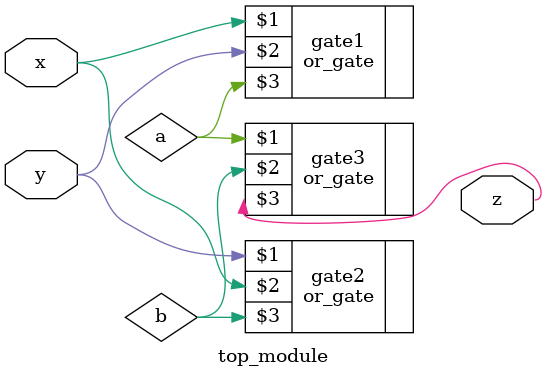
<source format=sv>
module top_module(
  input wire x,
  input wire y,
  output wire z);

  wire a, b;

  // First gate
  or_gate gate1(x, y, a);

  // Second gate
  or_gate gate2(y, x, b);

  // Third gate
  or_gate gate3(a, b, z);

endmodule

</source>
